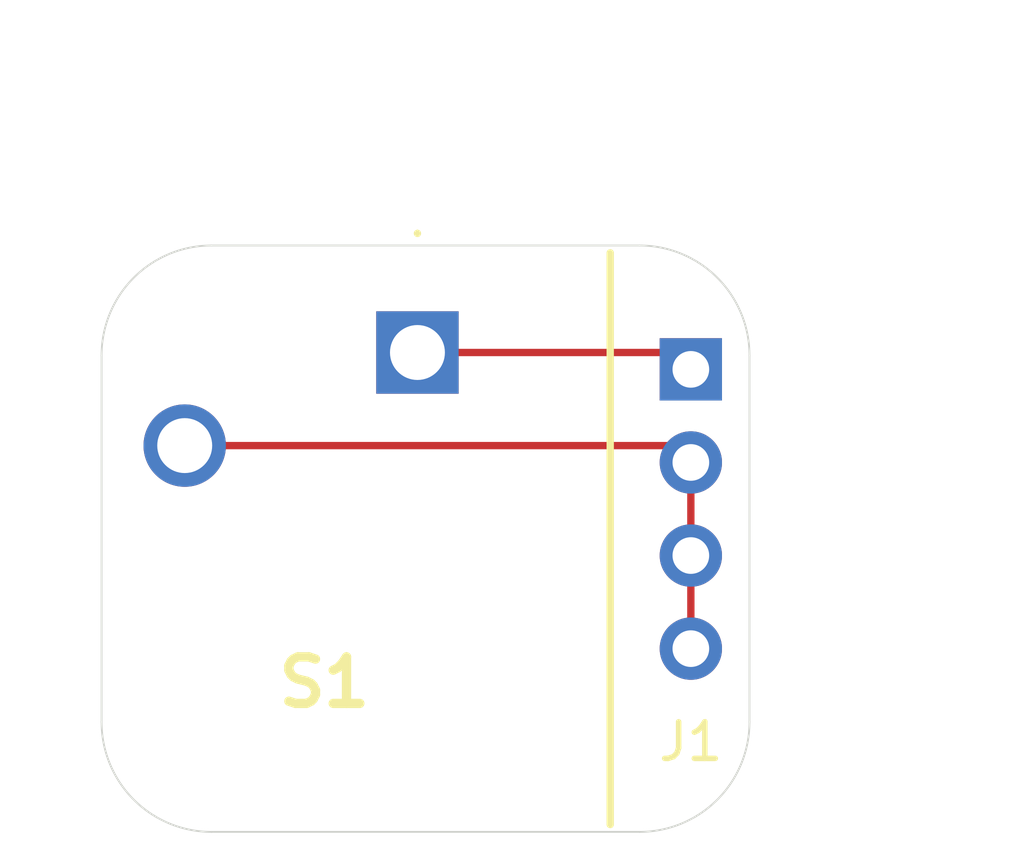
<source format=kicad_pcb>
(kicad_pcb (version 20240108) (generator "pcbnew") (generator_version "8.0")
  (layers (0 "F.Cu" signal) (31 "B.Cu" signal) (34 "B.Paste" user) (35 "F.Paste" user) (36 "B.SilkS" user "B.Silkscreen") (37 "F.SilkS" user "F.Silkscreen") (38 "B.Mask" user) (39 "F.Mask" user) (44 "Edge.Cuts" user))
  (net 0 "")
  (net 1 "GND")
  (net 2 "/INP")
  (footprint "COM-13834:COM13834" (layer "F.Cu") (at 42.54 34.92)
    (property "Reference" "S1" (at -2.54 9 0) (layer "F.SilkS") (effects (font (size 1.27 1.27) (thickness 0.254))))
    (property "Value" "COM-13834" (hide yes))
    (fp_line (start 0 -3.3) (end 0 -3.3) (stroke (width 0.1)) (layer "F.SilkS"))
    (fp_line (start 0 -3.2) (end 0 -3.2) (stroke (width 0.1)) (layer "F.SilkS"))
    (fp_line (start 5.26 -2.72) (end 5.26 12.88) (stroke (width 0.2)) (layer "F.SilkS"))
    (fp_arc (start 0 -3.3) (mid 0.05 -3.25) (end 0 -3.2) (stroke (width 0.1)) (layer "F.SilkS"))
    (fp_arc (start 0 -3.2) (mid -0.05 -3.25) (end 0 -3.3) (stroke (width 0.1)) (layer "F.SilkS"))
    (pad "" np_thru_hole circle (at -7.62 5.08) (size 1.7018 1.7018) (drill 1.7018) (layers "*.Cu" "*.Mask"))
    (pad "" np_thru_hole circle (at -2.54 5.08) (size 3.9878 3.9878) (drill 3.9878) (layers "*.Cu" "*.Mask"))
    (pad "" np_thru_hole circle (at 2.54 5.08) (size 1.7018 1.7018) (drill 1.7018) (layers "*.Cu" "*.Mask"))
    (pad "1" thru_hole rect (at 0 0) (size 2.248 2.248) (drill 1.4986) (layers "*.Cu" "*.Mask") (net 2 "/INP"))
    (pad "2" thru_hole circle (at -6.35 2.54) (size 2.248 2.248) (drill 1.4986) (layers "*.Cu" "*.Mask") (net 1 "GND"))
  )
  (footprint "Connector_PinHeader_2.54mm:PinHeader_1x04_P2.54mm_Vertical" (layer "B.Cu") (at 50 35.38 180)
    (property "Reference" "J1" (at 0 -10.16 -0) (layer "F.SilkS"))
    (property "Value" "Conn_01x04_Pin" (hide yes))
    (pad "1" thru_hole rect (at 0 0 180) (size 1.7 1.7) (drill 1) (layers "*.Cu" "*.Mask") (net 2 "/INP"))
    (pad "2" thru_hole oval (at 0 -2.54 180) (size 1.7 1.7) (drill 1) (layers "*.Cu" "*.Mask") (net 1 "GND"))
    (pad "3" thru_hole oval (at 0 -5.08 180) (size 1.7 1.7) (drill 1) (layers "*.Cu" "*.Mask") (net 1 "GND"))
    (pad "4" thru_hole oval (at 0 -7.62 180) (size 1.7 1.7) (drill 1) (layers "*.Cu" "*.Mask") (net 1 "GND"))
  )
  (gr_line (start 36.92132 32) (end 48.6 32) (stroke (width 0.05)) (layer "Edge.Cuts"))
  (gr_arc (start 33.92132 35) (mid 34.8 32.87868) (end 36.92132 32) (stroke (width 0.05)) (layer "Edge.Cuts"))
  (gr_arc (start 51.6 45) (mid 50.72132 47.12132) (end 48.6 48) (stroke (width 0.05)) (layer "Edge.Cuts"))
  (gr_line (start 48.6 48) (end 36.92132 48) (stroke (width 0.05)) (layer "Edge.Cuts"))
  (gr_line (start 33.92132 35) (end 33.92132 45) (stroke (width 0.05)) (layer "Edge.Cuts"))
  (gr_arc (start 48.6 32) (mid 50.72132 32.87868) (end 51.6 35) (stroke (width 0.05)) (layer "Edge.Cuts"))
  (gr_arc (start 36.92132 48) (mid 34.8 47.12132) (end 33.92132 45) (stroke (width 0.05)) (layer "Edge.Cuts"))
  (gr_line (start 51.6 35) (end 51.6 45) (stroke (width 0.05)) (layer "Edge.Cuts"))
  (segment (start 50 37.92) (end 49.54 37.46) (width 0.2) (layer "F.Cu") (net 1))
  (segment (start 50 40.46) (end 50 37.92) (width 0.2) (layer "F.Cu") (net 1))
  (segment (start 49.54 37.46) (end 36.19 37.46) (width 0.2) (layer "F.Cu") (net 1))
  (segment (start 50 40.46) (end 50 43) (width 0.2) (layer "F.Cu") (net 1))
  (segment (start 42.54 34.92) (end 49.54 34.92) (width 0.2) (layer "F.Cu") (net 2))
  (segment (start 49.54 34.92) (end 50 35.38) (width 0.2) (layer "F.Cu") (net 2))
)
</source>
